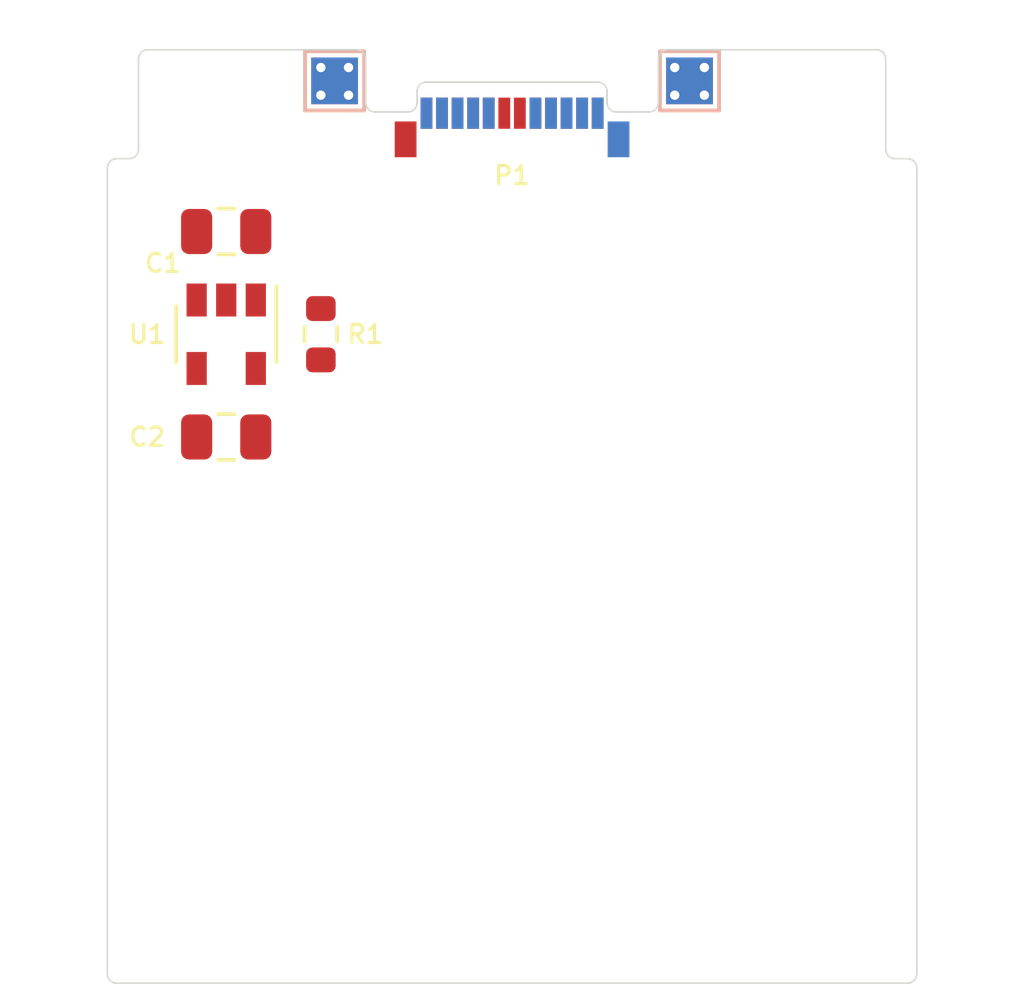
<source format=kicad_pcb>
(kicad_pcb (version 20211014) (generator pcbnew)
  (title_block (title "Expansion Card Template") (rev "X1") (company "Framework") (comment 1 "This work is licensed under a Creative Commons Attribution 4.0 International License") (comment 4 "https://frame.work"))
  (layers (0 "F.Cu" signal) (31 "B.Cu" signal) (34 "B.Paste" user) (35 "F.Paste" user) (36 "B.SilkS" user "B.Silkscreen") (37 "F.SilkS" user "F.Silkscreen") (38 "B.Mask" user) (39 "F.Mask" user) (44 "Edge.Cuts" user))
  (net 0 "")
  (net 1 "GND")
  (net 2 "+3V3")
  (net 3 "VBUS")
  (net 4 "Net-(P1-PadA5)")
  (footprint "Package_TO_SOT_SMD:SOT-23-5" (layer "F.Cu") (at 130.818 136.144 -90)
    (fp_text reference "U1" (at 0 2.54 180) (layer "F.SilkS") (effects (font (size 0.5842 0.5842) (thickness 0.1016))))
    (fp_text value "AP2112K-3.3")
    (fp_line (start 0.9 -1.61) (end -1.55 -1.61) (layer "F.SilkS") (width 0.12))
    (fp_line (start -0.9 1.61) (end 0.9 1.61) (layer "F.SilkS") (width 0.12))
    (pad "1" smd rect locked (at -1.1 -0.95 270) (size 1.06 0.65) (layers "F.Cu" "F.Paste" "F.Mask") (net 3 "VBUS"))
    (pad "2" smd rect locked (at -1.1 0 270) (size 1.06 0.65) (layers "F.Cu" "F.Paste" "F.Mask") (net 1 "GND"))
    (pad "3" smd rect locked (at -1.1 0.95 270) (size 1.06 0.65) (layers "F.Cu" "F.Paste" "F.Mask") (net 3 "VBUS"))
    (pad "4" smd rect locked (at 1.1 0.95 270) (size 1.06 0.65) (layers "F.Cu" "F.Paste" "F.Mask"))
    (pad "5" smd rect locked (at 1.1 -0.95 270) (size 1.06 0.65) (layers "F.Cu" "F.Paste" "F.Mask") (net 2 "+3V3"))
  )
  (footprint "Capacitor_SMD:C_0805_2012Metric" (layer "F.Cu") (at 130.818 132.842 180)
    (fp_text reference "C1" (at 2.032 -1.016) (layer "F.SilkS") (effects (font (size 0.5842 0.5842) (thickness 0.1016))))
    (fp_text value "10uF")
    (fp_line (start -0.261252 0.735) (end 0.261252 0.735) (layer "F.SilkS") (width 0.12))
    (fp_line (start -0.261252 -0.735) (end 0.261252 -0.735) (layer "F.SilkS") (width 0.12))
    (pad "1" smd roundrect locked (at -0.95 0 180) (size 1 1.45) (layers "F.Cu" "F.Paste" "F.Mask") (net 3 "VBUS"))
    (pad "2" smd roundrect locked (at 0.95 0 180) (size 1 1.45) (layers "F.Cu" "F.Paste" "F.Mask") (net 1 "GND"))
  )
  (footprint "Resistor_SMD:R_0603_1608Metric" (layer "F.Cu") (at 133.858 136.144 -90)
    (fp_text reference "R1" (at 0 -1.43 180) (layer "F.SilkS") (effects (font (size 0.5842 0.5842) (thickness 0.1016))))
    (fp_text value "5.1k")
    (fp_line (start -0.237258 -0.5225) (end 0.237258 -0.5225) (layer "F.SilkS") (width 0.12))
    (fp_line (start -0.237258 0.5225) (end 0.237258 0.5225) (layer "F.SilkS") (width 0.12))
    (pad "1" smd roundrect locked (at -0.825 0 270) (size 0.8 0.95) (layers "F.Cu" "F.Paste" "F.Mask") (net 4 "Net-(P1-PadA5)"))
    (pad "2" smd roundrect locked (at 0.825 0 270) (size 0.8 0.95) (layers "F.Cu" "F.Paste" "F.Mask") (net 1 "GND"))
  )
  (footprint "Expansion_Card:USB_C_Plug_Molex_105444" (layer "F.Cu") (at 140 129)
    (fp_text reference "P1" (at 0 2.04) (layer "F.SilkS") (effects (font (size 0.5842 0.5842) (thickness 0.1016))))
    (fp_text value "USB_C_Plug_USB2.0")
    (fp_line (start 3.35 0) (end 4.3 0) (layer "Edge.Cuts") (width 0.05))
    (fp_line (start 3.05 -0.66) (end 3.05 -0.3) (layer "Edge.Cuts") (width 0.05))
    (fp_line (start -3.05 -0.66) (end -3.05 -0.3) (layer "Edge.Cuts") (width 0.05))
    (fp_line (start -2.75 -0.96) (end 2.75 -0.96) (layer "Edge.Cuts") (width 0.05))
    (fp_line (start -3.35 0) (end -4.3 0) (layer "Edge.Cuts") (width 0.05))
    (fp_arc (start -3.05 -0.66) (mid -2.962132 -0.872132) (end -2.75 -0.96) (layer "Edge.Cuts") (width 0.05))
    (fp_arc (start -3.05 -0.3) (mid -3.137868 -0.087868) (end -3.35 0) (layer "Edge.Cuts") (width 0.05))
    (fp_arc (start 3.35 0) (mid 3.137868 -0.087868) (end 3.05 -0.3) (layer "Edge.Cuts") (width 0.05))
    (fp_arc (start 2.75 -0.96) (mid 2.962132 -0.872132) (end 3.05 -0.66) (layer "Edge.Cuts") (width 0.05))
    (pad "A1" smd rect locked (at -2.75 0.04) (size 0.38 1) (layers "F.Cu" "F.Paste" "F.Mask") (net 1 "GND"))
    (pad "A2" smd rect locked (at -2.25 0.04) (size 0.38 1) (layers "F.Cu" "F.Paste" "F.Mask"))
    (pad "A3" smd rect locked (at -1.75 0.04) (size 0.38 1) (layers "F.Cu" "F.Paste" "F.Mask"))
    (pad "A4" smd rect locked (at -1.25 0.04) (size 0.38 1) (layers "F.Cu" "F.Paste" "F.Mask") (net 3 "VBUS"))
    (pad "A5" smd rect locked (at -0.75 0.04) (size 0.38 1) (layers "F.Cu" "F.Paste" "F.Mask") (net 4 "Net-(P1-PadA5)"))
    (pad "A6" smd rect locked (at -0.25 0.04) (size 0.38 1) (layers "F.Cu" "F.Paste" "F.Mask"))
    (pad "A7" smd rect locked (at 0.25 0.04) (size 0.38 1) (layers "F.Cu" "F.Paste" "F.Mask"))
    (pad "A8" smd rect locked (at 0.75 0.04) (size 0.38 1) (layers "F.Cu" "F.Paste" "F.Mask"))
    (pad "A9" smd rect locked (at 1.25 0.04) (size 0.38 1) (layers "F.Cu" "F.Paste" "F.Mask") (net 3 "VBUS"))
    (pad "A10" smd rect locked (at 1.75 0.04) (size 0.38 1) (layers "F.Cu" "F.Paste" "F.Mask"))
    (pad "A11" smd rect locked (at 2.25 0.04) (size 0.38 1) (layers "F.Cu" "F.Paste" "F.Mask"))
    (pad "A12" smd rect locked (at 2.75 0.04) (size 0.38 1) (layers "F.Cu" "F.Paste" "F.Mask") (net 1 "GND"))
    (pad "B1" smd rect locked (at 2.75 0.04) (size 0.38 1) (layers "B.Cu" "B.Paste" "B.Mask") (net 1 "GND"))
    (pad "B2" smd rect locked (at 2.25 0.04) (size 0.38 1) (layers "B.Cu" "B.Paste" "B.Mask"))
    (pad "B3" smd rect locked (at 1.75 0.04) (size 0.38 1) (layers "B.Cu" "B.Paste" "B.Mask"))
    (pad "B4" smd rect locked (at 1.25 0.04) (size 0.38 1) (layers "B.Cu" "B.Paste" "B.Mask") (net 3 "VBUS"))
    (pad "B5" smd rect locked (at 0.75 0.04) (size 0.38 1) (layers "B.Cu" "B.Paste" "B.Mask"))
    (pad "B8" smd rect locked (at -0.75 0.04) (size 0.38 1) (layers "B.Cu" "B.Paste" "B.Mask"))
    (pad "B9" smd rect locked (at -1.25 0.04) (size 0.38 1) (layers "B.Cu" "B.Paste" "B.Mask") (net 3 "VBUS"))
    (pad "B10" smd rect locked (at -1.75 0.04) (size 0.38 1) (layers "B.Cu" "B.Paste" "B.Mask"))
    (pad "B11" smd rect locked (at -2.25 0.04) (size 0.38 1) (layers "B.Cu" "B.Paste" "B.Mask"))
    (pad "B12" smd rect locked (at -2.75 0.04) (size 0.38 1) (layers "B.Cu" "B.Paste" "B.Mask") (net 1 "GND"))
    (pad "S1" smd rect locked (at 3.42 0.88) (size 0.7 1.15) (layers "B.Cu" "B.Paste" "B.Mask") (net 1 "GND"))
    (pad "S1" smd rect locked (at -3.42 0.88) (size 0.7 1.15) (layers "F.Cu" "F.Paste" "F.Mask") (net 1 "GND"))
  )
  (footprint "Capacitor_SMD:C_0805_2012Metric" (layer "F.Cu") (at 130.818 139.446 180)
    (fp_text reference "C2" (at 2.54 0) (layer "F.SilkS") (effects (font (size 0.5842 0.5842) (thickness 0.1016))))
    (fp_text value "10uF")
    (fp_line (start -0.261252 0.735) (end 0.261252 0.735) (layer "F.SilkS") (width 0.12))
    (fp_line (start -0.261252 -0.735) (end 0.261252 -0.735) (layer "F.SilkS") (width 0.12))
    (pad "1" smd roundrect locked (at -0.95 0 180) (size 1 1.45) (layers "F.Cu" "F.Paste" "F.Mask") (net 2 "+3V3"))
    (pad "2" smd roundrect locked (at 0.95 0 180) (size 1 1.45) (layers "F.Cu" "F.Paste" "F.Mask") (net 1 "GND"))
  )
  (footprint "MountingHole:MountingHole_2.2mm_M2" (layer "F.Cu") (at 128.7 146.5)
    (fp_text reference "H1" hide)
    (fp_text value "MountingHole")
    (pad "" np_thru_hole circle locked (at 0 0) (size 2.2 2.2) (drill 2.2) (layers *.Cu *.Mask))
  )
  (footprint "MountingHole:MountingHole_2.2mm_M2" (layer "F.Cu") (at 151.3 146.5)
    (fp_text reference "H2" hide)
    (fp_text value "MountingHole")
    (pad "" np_thru_hole circle locked (at 0 0) (size 2.2 2.2) (drill 2.2) (layers *.Cu *.Mask))
  )
  (footprint "TestPoint:TestPoint_Pad_1.5x1.5mm" (layer "F.Cu") (at 134.3 128)
    (fp_text reference "TP1" hide)
    (fp_text value "TestPoint")
    (fp_line (start -0.95 0.95) (end -0.95 -0.95) (layer "F.SilkS") (width 0.12))
    (fp_line (start 0.95 -0.95) (end 0.95 0.95) (layer "F.SilkS") (width 0.12))
    (fp_line (start 0.95 0.95) (end -0.95 0.95) (layer "F.SilkS") (width 0.12))
    (fp_line (start -0.95 -0.95) (end 0.95 -0.95) (layer "F.SilkS") (width 0.12))
    (pad "1" smd rect locked (at 0 0) (size 1.5 1.5) (layers "F.Cu" "F.Mask") (net 1 "GND"))
  )
  (footprint "TestPoint:TestPoint_Pad_1.5x1.5mm" (layer "F.Cu") (at 145.7 128)
    (fp_text reference "TP3" hide)
    (fp_text value "TestPoint")
    (fp_line (start -0.95 0.95) (end -0.95 -0.95) (layer "F.SilkS") (width 0.12))
    (fp_line (start 0.95 -0.95) (end 0.95 0.95) (layer "F.SilkS") (width 0.12))
    (fp_line (start -0.95 -0.95) (end 0.95 -0.95) (layer "F.SilkS") (width 0.12))
    (fp_line (start 0.95 0.95) (end -0.95 0.95) (layer "F.SilkS") (width 0.12))
    (pad "1" smd rect locked (at 0 0) (size 1.5 1.5) (layers "F.Cu" "F.Mask") (net 1 "GND"))
  )
  (footprint "TestPoint:TestPoint_Pad_1.5x1.5mm" (layer "B.Cu") (at 134.3 128)
    (fp_text reference "TP2" hide)
    (fp_text value "TestPoint")
    (fp_line (start -0.95 0.95) (end 0.95 0.95) (layer "B.SilkS") (width 0.12))
    (fp_line (start -0.95 -0.95) (end -0.95 0.95) (layer "B.SilkS") (width 0.12))
    (fp_line (start 0.95 -0.95) (end -0.95 -0.95) (layer "B.SilkS") (width 0.12))
    (fp_line (start 0.95 0.95) (end 0.95 -0.95) (layer "B.SilkS") (width 0.12))
    (pad "1" smd rect locked (at 0 0) (size 1.5 1.5) (layers "B.Cu" "B.Mask") (net 1 "GND"))
  )
  (footprint "TestPoint:TestPoint_Pad_1.5x1.5mm" (layer "B.Cu") (at 145.7 128)
    (fp_text reference "TP4" hide)
    (fp_text value "TestPoint")
    (fp_line (start 0.95 -0.95) (end -0.95 -0.95) (layer "B.SilkS") (width 0.12))
    (fp_line (start -0.95 -0.95) (end -0.95 0.95) (layer "B.SilkS") (width 0.12))
    (fp_line (start -0.95 0.95) (end 0.95 0.95) (layer "B.SilkS") (width 0.12))
    (fp_line (start 0.95 0.95) (end 0.95 -0.95) (layer "B.SilkS") (width 0.12))
    (pad "1" smd rect locked (at 0 0) (size 1.5 1.5) (layers "B.Cu" "B.Mask") (net 1 "GND"))
  )
  (gr_line (start 153 130.8) (end 153 156.7) (layer "Edge.Cuts") (width 0.05))
  (gr_line (start 127.3 157) (end 152.7 157) (layer "Edge.Cuts") (width 0.05))
  (gr_arc (start 144.7 128.7) (mid 144.612132 128.912132) (end 144.4 129) (layer "Edge.Cuts") (width 0.05))
  (gr_arc (start 135 127) (mid 135.212132 127.087868) (end 135.3 127.3) (layer "Edge.Cuts") (width 0.05))
  (gr_line (start 144.7 128.7) (end 144.7 127.3) (layer "Edge.Cuts") (width 0.05))
  (gr_arc (start 144.7 127.3) (mid 144.787868 127.087868) (end 145 127) (layer "Edge.Cuts") (width 0.05))
  (gr_line (start 135 127) (end 128.3 127) (layer "Edge.Cuts") (width 0.05))
  (gr_line (start 145 127) (end 151.7 127) (layer "Edge.Cuts") (width 0.05))
  (gr_arc (start 127.3 157) (mid 127.087868 156.912132) (end 127 156.7) (layer "Edge.Cuts") (width 0.05))
  (gr_line (start 144.3 129) (end 144.4 129) (layer "Edge.Cuts") (width 0.05))
  (gr_arc (start 128 127.3) (mid 128.087868 127.087868) (end 128.3 127) (layer "Edge.Cuts") (width 0.05))
  (gr_line (start 128 130.2) (end 128 127.3) (layer "Edge.Cuts") (width 0.05))
  (gr_arc (start 128 130.2) (mid 127.912132 130.412132) (end 127.7 130.5) (layer "Edge.Cuts") (width 0.05))
  (gr_arc (start 127 130.8) (mid 127.087868 130.587868) (end 127.3 130.5) (layer "Edge.Cuts") (width 0.05))
  (gr_line (start 127.3 130.5) (end 127.7 130.5) (layer "Edge.Cuts") (width 0.05))
  (gr_line (start 152 130.2) (end 152 127.3) (layer "Edge.Cuts") (width 0.05))
  (gr_arc (start 152.7 130.5) (mid 152.912132 130.587868) (end 153 130.8) (layer "Edge.Cuts") (width 0.05))
  (gr_arc (start 152.3 130.5) (mid 152.087868 130.412132) (end 152 130.2) (layer "Edge.Cuts") (width 0.05))
  (gr_line (start 152.3 130.5) (end 152.7 130.5) (layer "Edge.Cuts") (width 0.05))
  (gr_arc (start 153 156.7) (mid 152.912132 156.912132) (end 152.7 157) (layer "Edge.Cuts") (width 0.05))
  (gr_line (start 135.6 129) (end 135.7 129) (layer "Edge.Cuts") (width 0.05))
  (gr_arc (start 151.7 127) (mid 151.912132 127.087868) (end 152 127.3) (layer "Edge.Cuts") (width 0.05))
  (gr_line (start 135.3 128.7) (end 135.3 127.3) (layer "Edge.Cuts") (width 0.05))
  (gr_line (start 127 130.8) (end 127 156.7) (layer "Edge.Cuts") (width 0.05))
  (gr_arc (start 135.6 129) (mid 135.387868 128.912132) (end 135.3 128.7) (layer "Edge.Cuts") (width 0.05))
  (via (at 133.858 127.5715) (size 0.5) (drill 0.3) (layers "F.Cu" "B.Cu") (net 1))
  (via (at 133.858 128.4605) (size 0.5) (drill 0.3) (layers "F.Cu" "B.Cu") (net 1))
  (via (at 146.177 127.5715) (size 0.5) (drill 0.3) (layers "F.Cu" "B.Cu") (net 1))
  (via (at 146.177 128.4605) (size 0.5) (drill 0.3) (layers "F.Cu" "B.Cu") (net 1))
  (via (at 145.2245 128.4605) (size 0.5) (drill 0.3) (layers "F.Cu" "B.Cu") (net 1))
  (via (at 134.747 127.5715) (size 0.5) (drill 0.3) (layers "F.Cu" "B.Cu") (net 1))
  (via (at 134.747 128.4605) (size 0.5) (drill 0.3) (layers "F.Cu" "B.Cu") (net 1))
  (via (at 145.2245 127.5715) (size 0.5) (drill 0.3) (layers "F.Cu" "B.Cu") (net 1))
)
</source>
